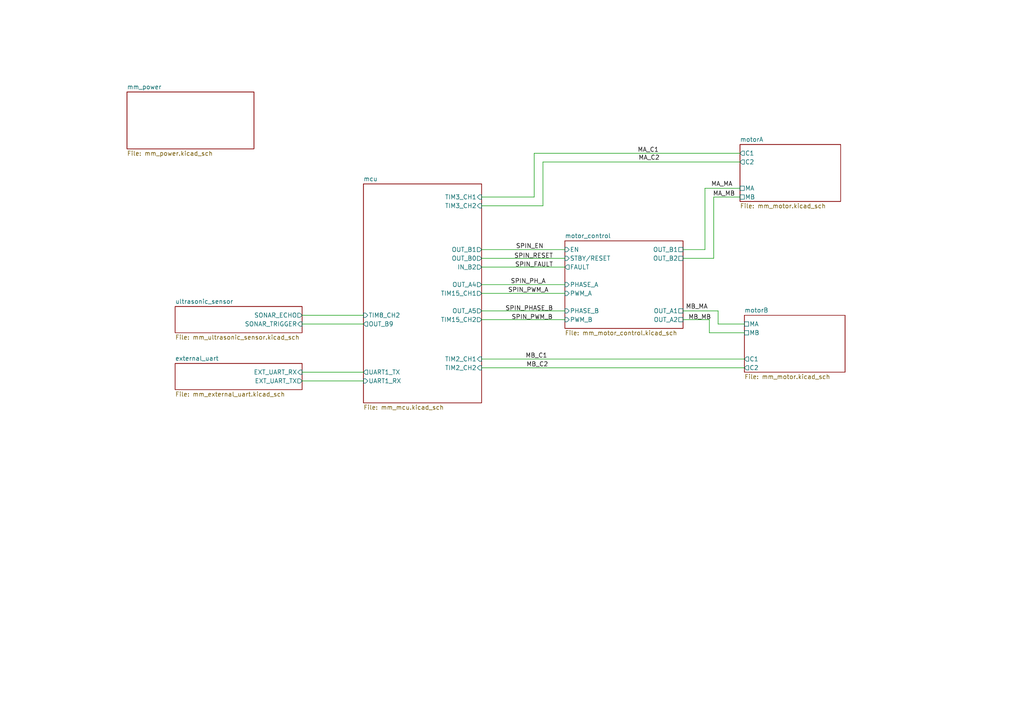
<source format=kicad_sch>
(kicad_sch (version 20230121) (generator eeschema)
  (paper "A4")
  (lib_symbols)
  (wire (pts (xy 87.63 110.49) (xy 105.41 110.49)))
  (wire (pts (xy 139.7 77.47) (xy 163.83 77.47)))
  (wire (pts (xy 139.7 57.15) (xy 154.94 57.15)))
  (wire (pts (xy 139.7 85.09) (xy 163.83 85.09)))
  (wire (pts (xy 198.12 90.17) (xy 208.28 90.17)))
  (wire (pts (xy 139.7 82.55) (xy 163.83 82.55)))
  (wire (pts (xy 204.47 72.39) (xy 204.47 54.61)))
  (wire (pts (xy 139.7 74.93) (xy 163.83 74.93)))
  (wire (pts (xy 198.12 92.71) (xy 205.74 92.71)))
  (wire (pts (xy 139.7 72.39) (xy 163.83 72.39)))
  (wire (pts (xy 157.48 46.99) (xy 157.48 59.69)))
  (wire (pts (xy 204.47 54.61) (xy 214.63 54.61)))
  (wire (pts (xy 87.63 107.95) (xy 105.41 107.95)))
  (wire (pts (xy 87.63 91.44) (xy 105.41 91.44)))
  (wire (pts (xy 139.7 92.71) (xy 163.83 92.71)))
  (wire (pts (xy 214.63 46.99) (xy 157.48 46.99)))
  (wire (pts (xy 207.01 57.15) (xy 214.63 57.15)))
  (wire (pts (xy 208.28 90.17) (xy 208.28 93.98)))
  (wire (pts (xy 205.74 96.52) (xy 215.9 96.52)))
  (wire (pts (xy 208.28 93.98) (xy 215.9 93.98)))
  (wire (pts (xy 205.74 92.71) (xy 205.74 96.52)))
  (wire (pts (xy 198.12 74.93) (xy 207.01 74.93)))
  (wire (pts (xy 139.7 90.17) (xy 163.83 90.17)))
  (wire (pts (xy 139.7 104.14) (xy 215.9 104.14)))
  (wire (pts (xy 87.63 93.98) (xy 105.41 93.98)))
  (wire (pts (xy 139.7 106.68) (xy 215.9 106.68)))
  (wire (pts (xy 154.94 57.15) (xy 154.94 44.45)))
  (wire (pts (xy 198.12 72.39) (xy 204.47 72.39)))
  (wire (pts (xy 207.01 74.93) (xy 207.01 57.15)))
  (wire (pts (xy 157.48 59.69) (xy 139.7 59.69)))
  (wire (pts (xy 154.94 44.45) (xy 214.63 44.45)))
  (label "SPIN_FAULT" (at 149.352 77.724 0))
  (label "MB_C1" (at 152.4 104.14 0))
  (label "SPIN_PH_A" (at 148.082 82.55 0))
  (label "MA_C1" (at 184.912 44.45 0))
  (label "MA_C2" (at 185.166 46.736 0))
  (label "MA_MB" (at 206.756 57.15 0))
  (label "SPIN_RESET" (at 149.098 75.184 0))
  (label "SPIN_PWM_A" (at 147.32 85.09 0))
  (label "SPIN_PWM_B" (at 148.336 92.964 0))
  (label "SPIN_PHASE_B" (at 146.558 90.424 0))
  (label "MB_MA" (at 198.882 89.916 0))
  (label "MA_MA" (at 206.248 54.356 0))
  (label "MB_C2" (at 152.654 106.68 0))
  (label "MB_MB" (at 199.644 92.964 0))
  (label "SPIN_EN" (at 149.606 72.39 0))
  (sheet (at 163.83 69.85) (size 34.29 25.4) (stroke (width 0.1524))
    (property "Sheetname" "motor_control" (at 163.83 69.1384 0) (effects (justify left bottom)))
    (property "Sheetfile" "mm_motor_control.kicad_sch" (at 163.83 95.8346 0) (effects (justify left top)))
    (pin "OUT_A2" passive (at 198.12 92.71 0))
    (pin "OUT_B1" passive (at 198.12 72.39 0))
    (pin "OUT_B2" passive (at 198.12 74.93 0))
    (pin "OUT_A1" passive (at 198.12 90.17 0))
    (pin "PWM_B" input (at 163.83 92.71 180))
    (pin "PHASE_A" input (at 163.83 82.55 180))
    (pin "PWM_A" input (at 163.83 85.09 180))
    (pin "PHASE_B" input (at 163.83 90.17 180))
    (pin "STBY{slash}RESET" input (at 163.83 74.93 180))
    (pin "EN" input (at 163.83 72.39 180))
    (pin "FAULT" output (at 163.83 77.47 180))
  )
  (sheet (at 50.8 88.9) (size 36.83 7.62) (stroke (width 0.1524))
    (property "Sheetname" "ultrasonic_sensor" (at 50.8 88.1884 0) (effects (justify left bottom)))
    (property "Sheetfile" "mm_ultrasonic_sensor.kicad_sch" (at 50.8 97.1046 0) (effects (justify left top)))
    (pin "SONAR_ECHO" output (at 87.63 91.44 0))
    (pin "SONAR_TRIGGER" input (at 87.63 93.98 0))
  )
  (sheet (at 215.9 91.44) (size 29.21 16.51) (stroke (width 0.1524))
    (property "Sheetname" "motorB" (at 215.9 90.7284 0) (effects (justify left bottom)))
    (property "Sheetfile" "mm_motor.kicad_sch" (at 215.9 108.5346 0) (effects (justify left top)))
    (pin "C1" output (at 215.9 104.14 180))
    (pin "MB" passive (at 215.9 96.52 180))
    (pin "C2" output (at 215.9 106.68 180))
    (pin "MA" passive (at 215.9 93.98 180))
  )
  (sheet (at 36.83 26.67) (size 36.83 16.51) (stroke (width 0.1524))
    (property "Sheetname" "mm_power" (at 36.83 25.9584 0) (effects (justify left bottom)))
    (property "Sheetfile" "mm_power.kicad_sch" (at 36.83 43.7646 0) (effects (justify left top)))
  )
  (sheet (at 214.63 41.91) (size 29.21 16.51) (stroke (width 0.1524))
    (property "Sheetname" "motorA" (at 214.63 41.1984 0) (effects (justify left bottom)))
    (property "Sheetfile" "mm_motor.kicad_sch" (at 214.63 59.0046 0) (effects (justify left top)))
    (pin "C1" output (at 214.63 44.45 180))
    (pin "MB" passive (at 214.63 57.15 180))
    (pin "C2" output (at 214.63 46.99 180))
    (pin "MA" passive (at 214.63 54.61 180))
  )
  (sheet (at 105.41 53.34) (size 34.29 63.5) (stroke (width 0.1524))
    (property "Sheetname" "mcu" (at 105.41 52.6284 0) (effects (justify left bottom)))
    (property "Sheetfile" "mm_mcu.kicad_sch" (at 105.41 117.4246 0) (effects (justify left top)))
    (pin "OUT_B0" output (at 139.7 74.93 0))
    (pin "OUT_B1" output (at 139.7 72.39 0))
    (pin "IN_B2" output (at 139.7 77.47 0))
    (pin "UART1_TX" output (at 105.41 107.95 180))
    (pin "UART1_RX" input (at 105.41 110.49 180))
    (pin "TIM8_CH2" input (at 105.41 91.44 180))
    (pin "OUT_B9" output (at 105.41 93.98 180))
    (pin "TIM2_CH2" input (at 139.7 106.68 0))
    (pin "TIM2_CH1" input (at 139.7 104.14 0))
    (pin "TIM15_CH2" output (at 139.7 92.71 0))
    (pin "TIM15_CH1" output (at 139.7 85.09 0))
    (pin "OUT_A4" output (at 139.7 82.55 0))
    (pin "OUT_A5" output (at 139.7 90.17 0))
    (pin "TIM3_CH1" input (at 139.7 57.15 0))
    (pin "TIM3_CH2" input (at 139.7 59.69 0))
  )
  (sheet (at 50.8 105.41) (size 36.83 7.62) (stroke (width 0.1524))
    (property "Sheetname" "external_uart" (at 50.8 104.6984 0) (effects (justify left bottom)))
    (property "Sheetfile" "mm_external_uart.kicad_sch" (at 50.8 113.6146 0) (effects (justify left top)))
    (pin "EXT_UART_RX" input (at 87.63 107.95 0))
    (pin "EXT_UART_TX" output (at 87.63 110.49 0))
  )
)
</source>
